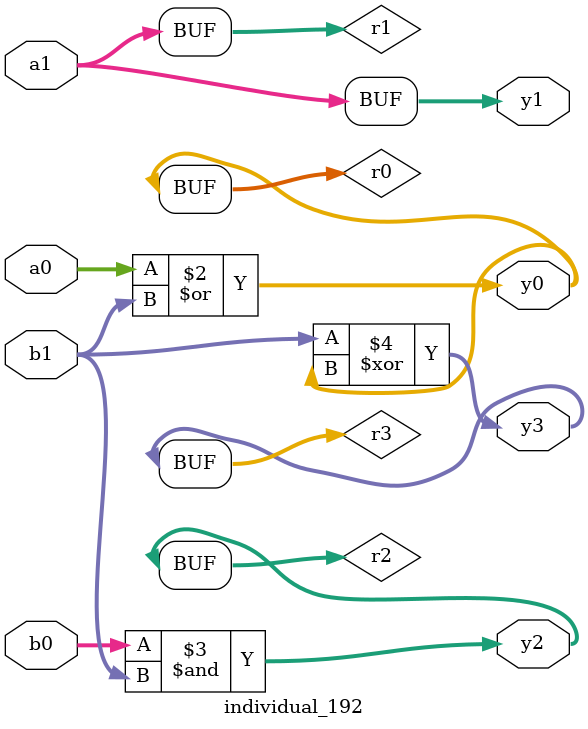
<source format=sv>
module individual_192(input logic [15:0] a1, input logic [15:0] a0, input logic [15:0] b1, input logic [15:0] b0, output logic [15:0] y3, output logic [15:0] y2, output logic [15:0] y1, output logic [15:0] y0);
logic [15:0] r0, r1, r2, r3; 
 always@(*) begin 
	 r0 = a0; r1 = a1; r2 = b0; r3 = b1; 
 	 r0  |=  b1 ;
 	 r2  &=  r3 ;
 	 r3  ^=  r0 ;
 	 y3 = r3; y2 = r2; y1 = r1; y0 = r0; 
end
endmodule
</source>
